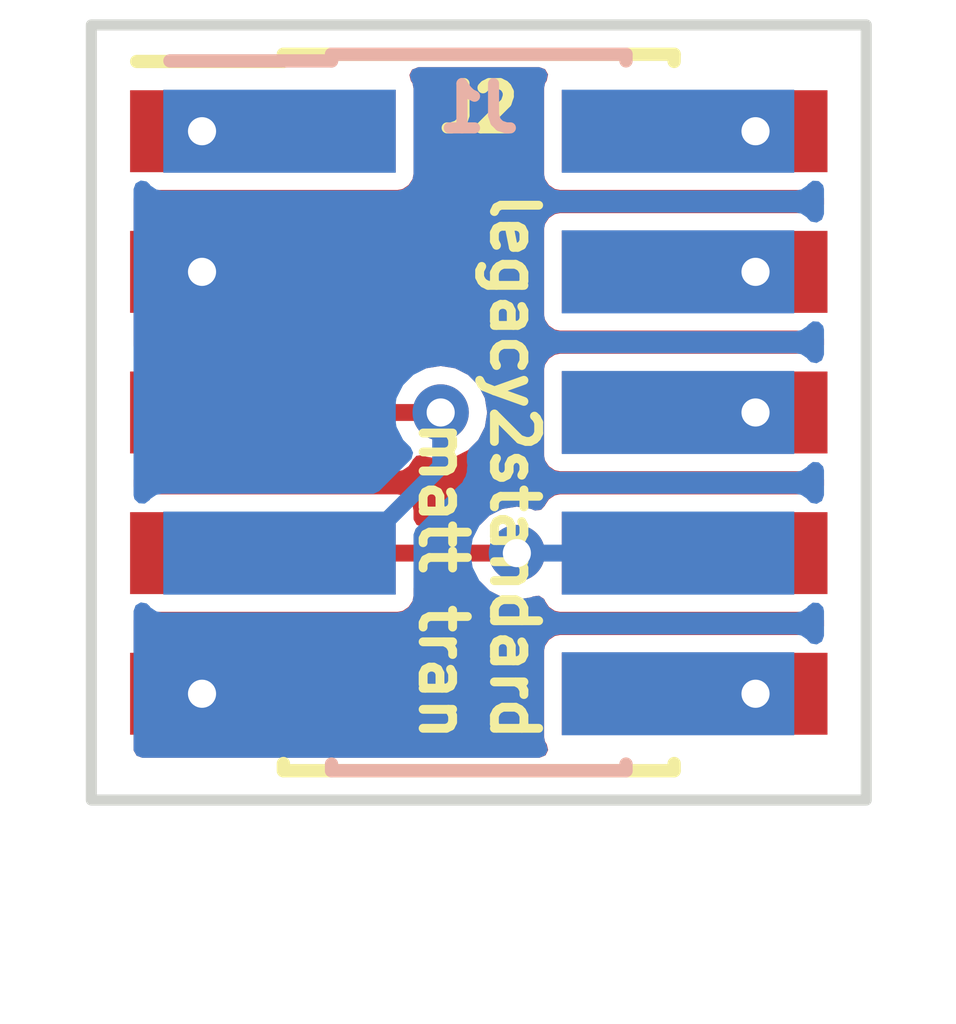
<source format=kicad_pcb>
(kicad_pcb (version 20240108) (generator "pcbnew") (generator_version "8.0")
  (layers (0 "F.Cu" signal) (31 "B.Cu" signal) (34 "B.Paste" user) (35 "F.Paste" user) (36 "B.SilkS" user "B.Silkscreen") (37 "F.SilkS" user "F.Silkscreen") (38 "B.Mask" user) (39 "F.Mask" user) (44 "Edge.Cuts" user))
  (net 0 "")
  (net 1 "/VDD")
  (net 2 "/SWDIO")
  (net 3 "/GND")
  (net 4 "/SWCLK")
  (net 5 "/SWO")
  (net 6 "/RX")
  (net 7 "/TX")
  (net 8 "/RST")
  (footprint "Connector_PinHeader_1.27mm:PinHeader_2x05_P1.27mm_Vertical_SMD" (layer "F.Cu") (at 155.75 102.25)
    (property "Reference" "J2" (at 0 -2.75 0) (layer "F.SilkS") (effects (font (size 0.4 0.4) (thickness 0.1))))
    (property "Value" "standard")
    (fp_line (start -3.09 -3.17) (end -1.765 -3.17) (stroke (width 0.12)) (layer "F.SilkS"))
    (fp_line (start -1.765 -3.235) (end -1.765 -3.17) (stroke (width 0.12)) (layer "F.SilkS"))
    (fp_line (start -1.765 -3.235) (end 1.765 -3.235) (stroke (width 0.12)) (layer "F.SilkS"))
    (fp_line (start -1.765 3.17) (end -1.765 3.235) (stroke (width 0.12)) (layer "F.SilkS"))
    (fp_line (start -1.765 3.235) (end 1.765 3.235) (stroke (width 0.12)) (layer "F.SilkS"))
    (fp_line (start 1.765 -3.235) (end 1.765 -3.17) (stroke (width 0.12)) (layer "F.SilkS"))
    (fp_line (start 1.765 3.17) (end 1.765 3.235) (stroke (width 0.12)) (layer "F.SilkS"))
    (pad "1" smd rect (at -1.95 -2.54) (size 2.4 0.74) (layers "F.Cu" "F.Paste" "F.Mask") (net 1 "/VDD"))
    (pad "2" smd rect (at 1.95 -2.54) (size 2.4 0.74) (layers "F.Cu" "F.Paste" "F.Mask") (net 2 "/SWDIO"))
    (pad "3" smd rect (at -1.95 -1.27) (size 2.4 0.74) (layers "F.Cu" "F.Paste" "F.Mask") (net 3 "/GND"))
    (pad "4" smd rect (at 1.95 -1.27) (size 2.4 0.74) (layers "F.Cu" "F.Paste" "F.Mask") (net 4 "/SWCLK"))
    (pad "5" smd rect (at -1.95 0) (size 2.4 0.74) (layers "F.Cu" "F.Paste" "F.Mask") (net 6 "/RX"))
    (pad "6" smd rect (at 1.95 0) (size 2.4 0.74) (layers "F.Cu" "F.Paste" "F.Mask") (net 5 "/SWO"))
    (pad "7" smd rect (at -1.95 1.27) (size 2.4 0.74) (layers "F.Cu" "F.Paste" "F.Mask") (net 7 "/TX"))
    (pad "8" smd rect (at 1.95 1.27) (size 2.4 0.74) (layers "F.Cu" "F.Paste" "F.Mask"))
    (pad "9" smd rect (at -1.95 2.54) (size 2.4 0.74) (layers "F.Cu" "F.Paste" "F.Mask") (net 3 "/GND"))
    (pad "10" smd rect (at 1.95 2.54) (size 2.4 0.74) (layers "F.Cu" "F.Paste" "F.Mask") (net 8 "/RST"))
  )
  (footprint "Connector_PinSocket_1.27mm:PinSocket_2x05_P1.27mm_Vertical_SMD" (layer "B.Cu") (at 155.75 102.25 180)
    (property "Reference" "J1" (at 0 2.75 0) (layer "B.SilkS") (effects (font (size 0.4 0.4) (thickness 0.1)) (justify mirror)))
    (property "Value" "legacy")
    (fp_line (start 1.33 3.235) (end 1.33 3.175) (stroke (width 0.12)) (layer "B.SilkS"))
    (fp_line (start 1.33 3.175) (end 2.79 3.175) (stroke (width 0.12)) (layer "B.SilkS"))
    (fp_line (start 1.33 -3.175) (end 1.33 -3.235) (stroke (width 0.12)) (layer "B.SilkS"))
    (fp_line (start -1.33 3.235) (end 1.33 3.235) (stroke (width 0.12)) (layer "B.SilkS"))
    (fp_line (start -1.33 3.235) (end -1.33 3.175) (stroke (width 0.12)) (layer "B.SilkS"))
    (fp_line (start -1.33 -3.175) (end -1.33 -3.235) (stroke (width 0.12)) (layer "B.SilkS"))
    (fp_line (start -1.33 -3.235) (end 1.33 -3.235) (stroke (width 0.12)) (layer "B.SilkS"))
    (pad "1" smd rect (at 1.8 2.54 180) (size 2.1 0.75) (layers "B.Cu" "B.Paste" "B.Mask") (net 1 "/VDD"))
    (pad "2" smd rect (at -1.8 2.54 180) (size 2.1 0.75) (layers "B.Cu" "B.Paste" "B.Mask") (net 2 "/SWDIO"))
    (pad "3" smd rect (at 1.8 1.27 180) (size 2.1 0.75) (layers "B.Cu" "B.Paste" "B.Mask") (net 3 "/GND"))
    (pad "4" smd rect (at -1.8 1.27 180) (size 2.1 0.75) (layers "B.Cu" "B.Paste" "B.Mask") (net 4 "/SWCLK"))
    (pad "5" smd rect (at 1.8 0 180) (size 2.1 0.75) (layers "B.Cu" "B.Paste" "B.Mask") (net 3 "/GND"))
    (pad "6" smd rect (at -1.8 0 180) (size 2.1 0.75) (layers "B.Cu" "B.Paste" "B.Mask") (net 5 "/SWO"))
    (pad "7" smd rect (at 1.8 -1.27 180) (size 2.1 0.75) (layers "B.Cu" "B.Paste" "B.Mask") (net 6 "/RX"))
    (pad "8" smd rect (at -1.8 -1.27 180) (size 2.1 0.75) (layers "B.Cu" "B.Paste" "B.Mask") (net 7 "/TX"))
    (pad "9" smd rect (at 1.8 -2.54 180) (size 2.1 0.75) (layers "B.Cu" "B.Paste" "B.Mask") (net 3 "/GND"))
    (pad "10" smd rect (at -1.8 -2.54 180) (size 2.1 0.75) (layers "B.Cu" "B.Paste" "B.Mask") (net 8 "/RST"))
  )
  (gr_rect (start 152.25 98.75) (end 159.25 105.75) (stroke (width 0.1)) (fill none) (layer "Edge.Cuts"))
  (gr_text "legacy2standard\nmatt tran" (at 155.75 105.25 270) (layer "F.SilkS") (effects (font (size 0.4 0.4) (thickness 0.08)) (justify right)))
  (via (at 153.25 99.71) (size 0.508) (drill 0.254) (layers "F.Cu" "B.Cu") (net 1))
  (via (at 158.25 99.71) (size 0.508) (drill 0.254) (layers "F.Cu" "B.Cu") (net 2))
  (via (at 153.25 100.98) (size 0.508) (drill 0.254) (layers "F.Cu" "B.Cu") (net 3))
  (via (at 153.25 104.79) (size 0.508) (drill 0.254) (layers "F.Cu" "B.Cu") (net 3))
  (via (at 158.25 100.98) (size 0.508) (drill 0.254) (layers "F.Cu" "B.Cu") (net 4))
  (via (at 158.25 102.25) (size 0.508) (drill 0.254) (layers "F.Cu" "B.Cu") (net 5))
  (segment (start 153.8 102.25) (end 155.405902 102.25) (width 0.1524) (layer "F.Cu") (net 6))
  (via (at 155.405902 102.25) (size 0.508) (drill 0.254) (layers "F.Cu" "B.Cu") (net 6))
  (segment (start 155.405902 102.739098) (end 154.625 103.52) (width 0.1524) (layer "B.Cu") (net 6))
  (segment (start 154.625 103.52) (end 153.95 103.52) (width 0.1524) (layer "B.Cu") (net 6))
  (segment (start 155.405902 102.25) (end 155.405902 102.739098) (width 0.1524) (layer "B.Cu") (net 6))
  (segment (start 156.074098 103.52) (end 153.8 103.52) (width 0.1524) (layer "F.Cu") (net 7))
  (via (at 156.094098 103.52) (size 0.508) (drill 0.254) (layers "F.Cu" "B.Cu") (net 7))
  (segment (start 156.094098 103.52) (end 157.55 103.52) (width 0.1524) (layer "B.Cu") (net 7))
  (via (at 158.25 104.79) (size 0.508) (drill 0.254) (layers "F.Cu" "B.Cu") (net 8))
  (zone (net 3) (net_name "/GND") (layers "F&B.Cu") (connect_pads yes (clearance 0.16)) (min_thickness 0.16) (fill yes (thermal_gap 0.508) (thermal_bridge_width 0.508))
    (polygon (pts (xy 159.25 105.75) (xy 152.25 105.75) (xy 152.25 98.75) (xy 159.25 98.75)))
  )
)
</source>
